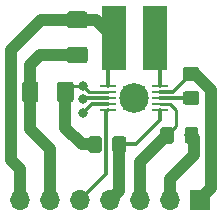
<source format=gbr>
G04 #@! TF.GenerationSoftware,KiCad,Pcbnew,(5.1.4)-1*
G04 #@! TF.CreationDate,2019-12-05T12:54:36-06:00*
G04 #@! TF.ProjectId,LTC3388_v004,4c544333-3338-4385-9f76-3030342e6b69,rev?*
G04 #@! TF.SameCoordinates,Original*
G04 #@! TF.FileFunction,Copper,L1,Top*
G04 #@! TF.FilePolarity,Positive*
%FSLAX46Y46*%
G04 Gerber Fmt 4.6, Leading zero omitted, Abs format (unit mm)*
G04 Created by KiCad (PCBNEW (5.1.4)-1) date 2019-12-05 12:54:36*
%MOMM*%
%LPD*%
G04 APERTURE LIST*
%ADD10R,1.930400X2.159000*%
%ADD11R,1.397000X0.279400*%
%ADD12R,1.700000X1.700000*%
%ADD13O,1.700000X1.700000*%
%ADD14C,0.100000*%
%ADD15C,1.425000*%
%ADD16C,1.150000*%
%ADD17R,2.000000X5.510000*%
%ADD18C,2.500000*%
%ADD19C,0.800000*%
%ADD20C,0.250000*%
%ADD21C,1.000000*%
%ADD22C,0.300000*%
G04 APERTURE END LIST*
D10*
X159512000Y-100330000D03*
D11*
X157327600Y-101330760D03*
X157327600Y-100830381D03*
X157327600Y-100330000D03*
X157327600Y-99829619D03*
X157327600Y-99329240D03*
X161696400Y-99329240D03*
X161696400Y-99829619D03*
X161696400Y-100330000D03*
X161696400Y-100830381D03*
X161696400Y-101330760D03*
D12*
X165100000Y-108966000D03*
D13*
X162560000Y-108966000D03*
X160020000Y-108966000D03*
X157480000Y-108966000D03*
X154940000Y-108966000D03*
X152400000Y-108966000D03*
X149860000Y-108966000D03*
D14*
G36*
X155335504Y-95989704D02*
G01*
X155359773Y-95993304D01*
X155383571Y-95999265D01*
X155406671Y-96007530D01*
X155428849Y-96018020D01*
X155449893Y-96030633D01*
X155469598Y-96045247D01*
X155487777Y-96061723D01*
X155504253Y-96079902D01*
X155518867Y-96099607D01*
X155531480Y-96120651D01*
X155541970Y-96142829D01*
X155550235Y-96165929D01*
X155556196Y-96189727D01*
X155559796Y-96213996D01*
X155561000Y-96238500D01*
X155561000Y-97163500D01*
X155559796Y-97188004D01*
X155556196Y-97212273D01*
X155550235Y-97236071D01*
X155541970Y-97259171D01*
X155531480Y-97281349D01*
X155518867Y-97302393D01*
X155504253Y-97322098D01*
X155487777Y-97340277D01*
X155469598Y-97356753D01*
X155449893Y-97371367D01*
X155428849Y-97383980D01*
X155406671Y-97394470D01*
X155383571Y-97402735D01*
X155359773Y-97408696D01*
X155335504Y-97412296D01*
X155311000Y-97413500D01*
X154061000Y-97413500D01*
X154036496Y-97412296D01*
X154012227Y-97408696D01*
X153988429Y-97402735D01*
X153965329Y-97394470D01*
X153943151Y-97383980D01*
X153922107Y-97371367D01*
X153902402Y-97356753D01*
X153884223Y-97340277D01*
X153867747Y-97322098D01*
X153853133Y-97302393D01*
X153840520Y-97281349D01*
X153830030Y-97259171D01*
X153821765Y-97236071D01*
X153815804Y-97212273D01*
X153812204Y-97188004D01*
X153811000Y-97163500D01*
X153811000Y-96238500D01*
X153812204Y-96213996D01*
X153815804Y-96189727D01*
X153821765Y-96165929D01*
X153830030Y-96142829D01*
X153840520Y-96120651D01*
X153853133Y-96099607D01*
X153867747Y-96079902D01*
X153884223Y-96061723D01*
X153902402Y-96045247D01*
X153922107Y-96030633D01*
X153943151Y-96018020D01*
X153965329Y-96007530D01*
X153988429Y-95999265D01*
X154012227Y-95993304D01*
X154036496Y-95989704D01*
X154061000Y-95988500D01*
X155311000Y-95988500D01*
X155335504Y-95989704D01*
X155335504Y-95989704D01*
G37*
D15*
X154686000Y-96701000D03*
D14*
G36*
X155335504Y-93014704D02*
G01*
X155359773Y-93018304D01*
X155383571Y-93024265D01*
X155406671Y-93032530D01*
X155428849Y-93043020D01*
X155449893Y-93055633D01*
X155469598Y-93070247D01*
X155487777Y-93086723D01*
X155504253Y-93104902D01*
X155518867Y-93124607D01*
X155531480Y-93145651D01*
X155541970Y-93167829D01*
X155550235Y-93190929D01*
X155556196Y-93214727D01*
X155559796Y-93238996D01*
X155561000Y-93263500D01*
X155561000Y-94188500D01*
X155559796Y-94213004D01*
X155556196Y-94237273D01*
X155550235Y-94261071D01*
X155541970Y-94284171D01*
X155531480Y-94306349D01*
X155518867Y-94327393D01*
X155504253Y-94347098D01*
X155487777Y-94365277D01*
X155469598Y-94381753D01*
X155449893Y-94396367D01*
X155428849Y-94408980D01*
X155406671Y-94419470D01*
X155383571Y-94427735D01*
X155359773Y-94433696D01*
X155335504Y-94437296D01*
X155311000Y-94438500D01*
X154061000Y-94438500D01*
X154036496Y-94437296D01*
X154012227Y-94433696D01*
X153988429Y-94427735D01*
X153965329Y-94419470D01*
X153943151Y-94408980D01*
X153922107Y-94396367D01*
X153902402Y-94381753D01*
X153884223Y-94365277D01*
X153867747Y-94347098D01*
X153853133Y-94327393D01*
X153840520Y-94306349D01*
X153830030Y-94284171D01*
X153821765Y-94261071D01*
X153815804Y-94237273D01*
X153812204Y-94213004D01*
X153811000Y-94188500D01*
X153811000Y-93263500D01*
X153812204Y-93238996D01*
X153815804Y-93214727D01*
X153821765Y-93190929D01*
X153830030Y-93167829D01*
X153840520Y-93145651D01*
X153853133Y-93124607D01*
X153867747Y-93104902D01*
X153884223Y-93086723D01*
X153902402Y-93070247D01*
X153922107Y-93055633D01*
X153943151Y-93043020D01*
X153965329Y-93032530D01*
X153988429Y-93024265D01*
X154012227Y-93018304D01*
X154036496Y-93014704D01*
X154061000Y-93013500D01*
X155311000Y-93013500D01*
X155335504Y-93014704D01*
X155335504Y-93014704D01*
G37*
D15*
X154686000Y-93726000D03*
D14*
G36*
X164812505Y-97715204D02*
G01*
X164836773Y-97718804D01*
X164860572Y-97724765D01*
X164883671Y-97733030D01*
X164905850Y-97743520D01*
X164926893Y-97756132D01*
X164946599Y-97770747D01*
X164964777Y-97787223D01*
X164981253Y-97805401D01*
X164995868Y-97825107D01*
X165008480Y-97846150D01*
X165018970Y-97868329D01*
X165027235Y-97891428D01*
X165033196Y-97915227D01*
X165036796Y-97939495D01*
X165038000Y-97963999D01*
X165038000Y-98614001D01*
X165036796Y-98638505D01*
X165033196Y-98662773D01*
X165027235Y-98686572D01*
X165018970Y-98709671D01*
X165008480Y-98731850D01*
X164995868Y-98752893D01*
X164981253Y-98772599D01*
X164964777Y-98790777D01*
X164946599Y-98807253D01*
X164926893Y-98821868D01*
X164905850Y-98834480D01*
X164883671Y-98844970D01*
X164860572Y-98853235D01*
X164836773Y-98859196D01*
X164812505Y-98862796D01*
X164788001Y-98864000D01*
X163887999Y-98864000D01*
X163863495Y-98862796D01*
X163839227Y-98859196D01*
X163815428Y-98853235D01*
X163792329Y-98844970D01*
X163770150Y-98834480D01*
X163749107Y-98821868D01*
X163729401Y-98807253D01*
X163711223Y-98790777D01*
X163694747Y-98772599D01*
X163680132Y-98752893D01*
X163667520Y-98731850D01*
X163657030Y-98709671D01*
X163648765Y-98686572D01*
X163642804Y-98662773D01*
X163639204Y-98638505D01*
X163638000Y-98614001D01*
X163638000Y-97963999D01*
X163639204Y-97939495D01*
X163642804Y-97915227D01*
X163648765Y-97891428D01*
X163657030Y-97868329D01*
X163667520Y-97846150D01*
X163680132Y-97825107D01*
X163694747Y-97805401D01*
X163711223Y-97787223D01*
X163729401Y-97770747D01*
X163749107Y-97756132D01*
X163770150Y-97743520D01*
X163792329Y-97733030D01*
X163815428Y-97724765D01*
X163839227Y-97718804D01*
X163863495Y-97715204D01*
X163887999Y-97714000D01*
X164788001Y-97714000D01*
X164812505Y-97715204D01*
X164812505Y-97715204D01*
G37*
D16*
X164338000Y-98289000D03*
D14*
G36*
X164812505Y-99765204D02*
G01*
X164836773Y-99768804D01*
X164860572Y-99774765D01*
X164883671Y-99783030D01*
X164905850Y-99793520D01*
X164926893Y-99806132D01*
X164946599Y-99820747D01*
X164964777Y-99837223D01*
X164981253Y-99855401D01*
X164995868Y-99875107D01*
X165008480Y-99896150D01*
X165018970Y-99918329D01*
X165027235Y-99941428D01*
X165033196Y-99965227D01*
X165036796Y-99989495D01*
X165038000Y-100013999D01*
X165038000Y-100664001D01*
X165036796Y-100688505D01*
X165033196Y-100712773D01*
X165027235Y-100736572D01*
X165018970Y-100759671D01*
X165008480Y-100781850D01*
X164995868Y-100802893D01*
X164981253Y-100822599D01*
X164964777Y-100840777D01*
X164946599Y-100857253D01*
X164926893Y-100871868D01*
X164905850Y-100884480D01*
X164883671Y-100894970D01*
X164860572Y-100903235D01*
X164836773Y-100909196D01*
X164812505Y-100912796D01*
X164788001Y-100914000D01*
X163887999Y-100914000D01*
X163863495Y-100912796D01*
X163839227Y-100909196D01*
X163815428Y-100903235D01*
X163792329Y-100894970D01*
X163770150Y-100884480D01*
X163749107Y-100871868D01*
X163729401Y-100857253D01*
X163711223Y-100840777D01*
X163694747Y-100822599D01*
X163680132Y-100802893D01*
X163667520Y-100781850D01*
X163657030Y-100759671D01*
X163648765Y-100736572D01*
X163642804Y-100712773D01*
X163639204Y-100688505D01*
X163638000Y-100664001D01*
X163638000Y-100013999D01*
X163639204Y-99989495D01*
X163642804Y-99965227D01*
X163648765Y-99941428D01*
X163657030Y-99918329D01*
X163667520Y-99896150D01*
X163680132Y-99875107D01*
X163694747Y-99855401D01*
X163711223Y-99837223D01*
X163729401Y-99820747D01*
X163749107Y-99806132D01*
X163770150Y-99793520D01*
X163792329Y-99783030D01*
X163815428Y-99774765D01*
X163839227Y-99768804D01*
X163863495Y-99765204D01*
X163887999Y-99764000D01*
X164788001Y-99764000D01*
X164812505Y-99765204D01*
X164812505Y-99765204D01*
G37*
D16*
X164338000Y-100339000D03*
D14*
G36*
X154157004Y-98948204D02*
G01*
X154181273Y-98951804D01*
X154205071Y-98957765D01*
X154228171Y-98966030D01*
X154250349Y-98976520D01*
X154271393Y-98989133D01*
X154291098Y-99003747D01*
X154309277Y-99020223D01*
X154325753Y-99038402D01*
X154340367Y-99058107D01*
X154352980Y-99079151D01*
X154363470Y-99101329D01*
X154371735Y-99124429D01*
X154377696Y-99148227D01*
X154381296Y-99172496D01*
X154382500Y-99197000D01*
X154382500Y-100447000D01*
X154381296Y-100471504D01*
X154377696Y-100495773D01*
X154371735Y-100519571D01*
X154363470Y-100542671D01*
X154352980Y-100564849D01*
X154340367Y-100585893D01*
X154325753Y-100605598D01*
X154309277Y-100623777D01*
X154291098Y-100640253D01*
X154271393Y-100654867D01*
X154250349Y-100667480D01*
X154228171Y-100677970D01*
X154205071Y-100686235D01*
X154181273Y-100692196D01*
X154157004Y-100695796D01*
X154132500Y-100697000D01*
X153207500Y-100697000D01*
X153182996Y-100695796D01*
X153158727Y-100692196D01*
X153134929Y-100686235D01*
X153111829Y-100677970D01*
X153089651Y-100667480D01*
X153068607Y-100654867D01*
X153048902Y-100640253D01*
X153030723Y-100623777D01*
X153014247Y-100605598D01*
X152999633Y-100585893D01*
X152987020Y-100564849D01*
X152976530Y-100542671D01*
X152968265Y-100519571D01*
X152962304Y-100495773D01*
X152958704Y-100471504D01*
X152957500Y-100447000D01*
X152957500Y-99197000D01*
X152958704Y-99172496D01*
X152962304Y-99148227D01*
X152968265Y-99124429D01*
X152976530Y-99101329D01*
X152987020Y-99079151D01*
X152999633Y-99058107D01*
X153014247Y-99038402D01*
X153030723Y-99020223D01*
X153048902Y-99003747D01*
X153068607Y-98989133D01*
X153089651Y-98976520D01*
X153111829Y-98966030D01*
X153134929Y-98957765D01*
X153158727Y-98951804D01*
X153182996Y-98948204D01*
X153207500Y-98947000D01*
X154132500Y-98947000D01*
X154157004Y-98948204D01*
X154157004Y-98948204D01*
G37*
D15*
X153670000Y-99822000D03*
D14*
G36*
X151182004Y-98948204D02*
G01*
X151206273Y-98951804D01*
X151230071Y-98957765D01*
X151253171Y-98966030D01*
X151275349Y-98976520D01*
X151296393Y-98989133D01*
X151316098Y-99003747D01*
X151334277Y-99020223D01*
X151350753Y-99038402D01*
X151365367Y-99058107D01*
X151377980Y-99079151D01*
X151388470Y-99101329D01*
X151396735Y-99124429D01*
X151402696Y-99148227D01*
X151406296Y-99172496D01*
X151407500Y-99197000D01*
X151407500Y-100447000D01*
X151406296Y-100471504D01*
X151402696Y-100495773D01*
X151396735Y-100519571D01*
X151388470Y-100542671D01*
X151377980Y-100564849D01*
X151365367Y-100585893D01*
X151350753Y-100605598D01*
X151334277Y-100623777D01*
X151316098Y-100640253D01*
X151296393Y-100654867D01*
X151275349Y-100667480D01*
X151253171Y-100677970D01*
X151230071Y-100686235D01*
X151206273Y-100692196D01*
X151182004Y-100695796D01*
X151157500Y-100697000D01*
X150232500Y-100697000D01*
X150207996Y-100695796D01*
X150183727Y-100692196D01*
X150159929Y-100686235D01*
X150136829Y-100677970D01*
X150114651Y-100667480D01*
X150093607Y-100654867D01*
X150073902Y-100640253D01*
X150055723Y-100623777D01*
X150039247Y-100605598D01*
X150024633Y-100585893D01*
X150012020Y-100564849D01*
X150001530Y-100542671D01*
X149993265Y-100519571D01*
X149987304Y-100495773D01*
X149983704Y-100471504D01*
X149982500Y-100447000D01*
X149982500Y-99197000D01*
X149983704Y-99172496D01*
X149987304Y-99148227D01*
X149993265Y-99124429D01*
X150001530Y-99101329D01*
X150012020Y-99079151D01*
X150024633Y-99058107D01*
X150039247Y-99038402D01*
X150055723Y-99020223D01*
X150073902Y-99003747D01*
X150093607Y-98989133D01*
X150114651Y-98976520D01*
X150136829Y-98966030D01*
X150159929Y-98957765D01*
X150183727Y-98951804D01*
X150207996Y-98948204D01*
X150232500Y-98947000D01*
X151157500Y-98947000D01*
X151182004Y-98948204D01*
X151182004Y-98948204D01*
G37*
D15*
X150695000Y-99822000D03*
D17*
X157770000Y-95250000D03*
X161290000Y-95250000D03*
D14*
G36*
X162646505Y-102806204D02*
G01*
X162670773Y-102809804D01*
X162694572Y-102815765D01*
X162717671Y-102824030D01*
X162739850Y-102834520D01*
X162760893Y-102847132D01*
X162780599Y-102861747D01*
X162798777Y-102878223D01*
X162815253Y-102896401D01*
X162829868Y-102916107D01*
X162842480Y-102937150D01*
X162852970Y-102959329D01*
X162861235Y-102982428D01*
X162867196Y-103006227D01*
X162870796Y-103030495D01*
X162872000Y-103054999D01*
X162872000Y-103955001D01*
X162870796Y-103979505D01*
X162867196Y-104003773D01*
X162861235Y-104027572D01*
X162852970Y-104050671D01*
X162842480Y-104072850D01*
X162829868Y-104093893D01*
X162815253Y-104113599D01*
X162798777Y-104131777D01*
X162780599Y-104148253D01*
X162760893Y-104162868D01*
X162739850Y-104175480D01*
X162717671Y-104185970D01*
X162694572Y-104194235D01*
X162670773Y-104200196D01*
X162646505Y-104203796D01*
X162622001Y-104205000D01*
X161971999Y-104205000D01*
X161947495Y-104203796D01*
X161923227Y-104200196D01*
X161899428Y-104194235D01*
X161876329Y-104185970D01*
X161854150Y-104175480D01*
X161833107Y-104162868D01*
X161813401Y-104148253D01*
X161795223Y-104131777D01*
X161778747Y-104113599D01*
X161764132Y-104093893D01*
X161751520Y-104072850D01*
X161741030Y-104050671D01*
X161732765Y-104027572D01*
X161726804Y-104003773D01*
X161723204Y-103979505D01*
X161722000Y-103955001D01*
X161722000Y-103054999D01*
X161723204Y-103030495D01*
X161726804Y-103006227D01*
X161732765Y-102982428D01*
X161741030Y-102959329D01*
X161751520Y-102937150D01*
X161764132Y-102916107D01*
X161778747Y-102896401D01*
X161795223Y-102878223D01*
X161813401Y-102861747D01*
X161833107Y-102847132D01*
X161854150Y-102834520D01*
X161876329Y-102824030D01*
X161899428Y-102815765D01*
X161923227Y-102809804D01*
X161947495Y-102806204D01*
X161971999Y-102805000D01*
X162622001Y-102805000D01*
X162646505Y-102806204D01*
X162646505Y-102806204D01*
G37*
D16*
X162297000Y-103505000D03*
D14*
G36*
X164696505Y-102806204D02*
G01*
X164720773Y-102809804D01*
X164744572Y-102815765D01*
X164767671Y-102824030D01*
X164789850Y-102834520D01*
X164810893Y-102847132D01*
X164830599Y-102861747D01*
X164848777Y-102878223D01*
X164865253Y-102896401D01*
X164879868Y-102916107D01*
X164892480Y-102937150D01*
X164902970Y-102959329D01*
X164911235Y-102982428D01*
X164917196Y-103006227D01*
X164920796Y-103030495D01*
X164922000Y-103054999D01*
X164922000Y-103955001D01*
X164920796Y-103979505D01*
X164917196Y-104003773D01*
X164911235Y-104027572D01*
X164902970Y-104050671D01*
X164892480Y-104072850D01*
X164879868Y-104093893D01*
X164865253Y-104113599D01*
X164848777Y-104131777D01*
X164830599Y-104148253D01*
X164810893Y-104162868D01*
X164789850Y-104175480D01*
X164767671Y-104185970D01*
X164744572Y-104194235D01*
X164720773Y-104200196D01*
X164696505Y-104203796D01*
X164672001Y-104205000D01*
X164021999Y-104205000D01*
X163997495Y-104203796D01*
X163973227Y-104200196D01*
X163949428Y-104194235D01*
X163926329Y-104185970D01*
X163904150Y-104175480D01*
X163883107Y-104162868D01*
X163863401Y-104148253D01*
X163845223Y-104131777D01*
X163828747Y-104113599D01*
X163814132Y-104093893D01*
X163801520Y-104072850D01*
X163791030Y-104050671D01*
X163782765Y-104027572D01*
X163776804Y-104003773D01*
X163773204Y-103979505D01*
X163772000Y-103955001D01*
X163772000Y-103054999D01*
X163773204Y-103030495D01*
X163776804Y-103006227D01*
X163782765Y-102982428D01*
X163791030Y-102959329D01*
X163801520Y-102937150D01*
X163814132Y-102916107D01*
X163828747Y-102896401D01*
X163845223Y-102878223D01*
X163863401Y-102861747D01*
X163883107Y-102847132D01*
X163904150Y-102834520D01*
X163926329Y-102824030D01*
X163949428Y-102815765D01*
X163973227Y-102809804D01*
X163997495Y-102806204D01*
X164021999Y-102805000D01*
X164672001Y-102805000D01*
X164696505Y-102806204D01*
X164696505Y-102806204D01*
G37*
D16*
X164347000Y-103505000D03*
D14*
G36*
X156541505Y-103568204D02*
G01*
X156565773Y-103571804D01*
X156589572Y-103577765D01*
X156612671Y-103586030D01*
X156634850Y-103596520D01*
X156655893Y-103609132D01*
X156675599Y-103623747D01*
X156693777Y-103640223D01*
X156710253Y-103658401D01*
X156724868Y-103678107D01*
X156737480Y-103699150D01*
X156747970Y-103721329D01*
X156756235Y-103744428D01*
X156762196Y-103768227D01*
X156765796Y-103792495D01*
X156767000Y-103816999D01*
X156767000Y-104717001D01*
X156765796Y-104741505D01*
X156762196Y-104765773D01*
X156756235Y-104789572D01*
X156747970Y-104812671D01*
X156737480Y-104834850D01*
X156724868Y-104855893D01*
X156710253Y-104875599D01*
X156693777Y-104893777D01*
X156675599Y-104910253D01*
X156655893Y-104924868D01*
X156634850Y-104937480D01*
X156612671Y-104947970D01*
X156589572Y-104956235D01*
X156565773Y-104962196D01*
X156541505Y-104965796D01*
X156517001Y-104967000D01*
X155866999Y-104967000D01*
X155842495Y-104965796D01*
X155818227Y-104962196D01*
X155794428Y-104956235D01*
X155771329Y-104947970D01*
X155749150Y-104937480D01*
X155728107Y-104924868D01*
X155708401Y-104910253D01*
X155690223Y-104893777D01*
X155673747Y-104875599D01*
X155659132Y-104855893D01*
X155646520Y-104834850D01*
X155636030Y-104812671D01*
X155627765Y-104789572D01*
X155621804Y-104765773D01*
X155618204Y-104741505D01*
X155617000Y-104717001D01*
X155617000Y-103816999D01*
X155618204Y-103792495D01*
X155621804Y-103768227D01*
X155627765Y-103744428D01*
X155636030Y-103721329D01*
X155646520Y-103699150D01*
X155659132Y-103678107D01*
X155673747Y-103658401D01*
X155690223Y-103640223D01*
X155708401Y-103623747D01*
X155728107Y-103609132D01*
X155749150Y-103596520D01*
X155771329Y-103586030D01*
X155794428Y-103577765D01*
X155818227Y-103571804D01*
X155842495Y-103568204D01*
X155866999Y-103567000D01*
X156517001Y-103567000D01*
X156541505Y-103568204D01*
X156541505Y-103568204D01*
G37*
D16*
X156192000Y-104267000D03*
D14*
G36*
X158591505Y-103568204D02*
G01*
X158615773Y-103571804D01*
X158639572Y-103577765D01*
X158662671Y-103586030D01*
X158684850Y-103596520D01*
X158705893Y-103609132D01*
X158725599Y-103623747D01*
X158743777Y-103640223D01*
X158760253Y-103658401D01*
X158774868Y-103678107D01*
X158787480Y-103699150D01*
X158797970Y-103721329D01*
X158806235Y-103744428D01*
X158812196Y-103768227D01*
X158815796Y-103792495D01*
X158817000Y-103816999D01*
X158817000Y-104717001D01*
X158815796Y-104741505D01*
X158812196Y-104765773D01*
X158806235Y-104789572D01*
X158797970Y-104812671D01*
X158787480Y-104834850D01*
X158774868Y-104855893D01*
X158760253Y-104875599D01*
X158743777Y-104893777D01*
X158725599Y-104910253D01*
X158705893Y-104924868D01*
X158684850Y-104937480D01*
X158662671Y-104947970D01*
X158639572Y-104956235D01*
X158615773Y-104962196D01*
X158591505Y-104965796D01*
X158567001Y-104967000D01*
X157916999Y-104967000D01*
X157892495Y-104965796D01*
X157868227Y-104962196D01*
X157844428Y-104956235D01*
X157821329Y-104947970D01*
X157799150Y-104937480D01*
X157778107Y-104924868D01*
X157758401Y-104910253D01*
X157740223Y-104893777D01*
X157723747Y-104875599D01*
X157709132Y-104855893D01*
X157696520Y-104834850D01*
X157686030Y-104812671D01*
X157677765Y-104789572D01*
X157671804Y-104765773D01*
X157668204Y-104741505D01*
X157667000Y-104717001D01*
X157667000Y-103816999D01*
X157668204Y-103792495D01*
X157671804Y-103768227D01*
X157677765Y-103744428D01*
X157686030Y-103721329D01*
X157696520Y-103699150D01*
X157709132Y-103678107D01*
X157723747Y-103658401D01*
X157740223Y-103640223D01*
X157758401Y-103623747D01*
X157778107Y-103609132D01*
X157799150Y-103596520D01*
X157821329Y-103586030D01*
X157844428Y-103577765D01*
X157868227Y-103571804D01*
X157892495Y-103568204D01*
X157916999Y-103567000D01*
X158567001Y-103567000D01*
X158591505Y-103568204D01*
X158591505Y-103568204D01*
G37*
D16*
X158242000Y-104267000D03*
D18*
X159512000Y-100330000D03*
D19*
X155194000Y-99314000D03*
X155194000Y-101600000D03*
X155194000Y-100414010D03*
D20*
X154489990Y-96706400D02*
X154585295Y-96801705D01*
X152835600Y-96706400D02*
X154489990Y-96706400D01*
X150695000Y-99822000D02*
X150695000Y-98847000D01*
D21*
X152400000Y-104648000D02*
X152400000Y-108966000D01*
X150695000Y-99822000D02*
X150695000Y-102943000D01*
X150695000Y-102943000D02*
X152400000Y-104648000D01*
D20*
X162979100Y-108546900D02*
X162560000Y-108966000D01*
D21*
X151571300Y-96701000D02*
X154686000Y-96701000D01*
X150695000Y-98847000D02*
X150695000Y-97577300D01*
X150695000Y-97577300D02*
X151571300Y-96701000D01*
X164592000Y-103750000D02*
X164347000Y-103505000D01*
X164592000Y-105156000D02*
X164592000Y-103750000D01*
X162560000Y-108966000D02*
X162560000Y-107188000D01*
X162560000Y-107188000D02*
X164592000Y-105156000D01*
D20*
X164329000Y-100330000D02*
X164338000Y-100339000D01*
D22*
X161696400Y-100330000D02*
X164329000Y-100330000D01*
D21*
X155049000Y-104267000D02*
X156192000Y-104267000D01*
X153670000Y-99822000D02*
X153670000Y-102888000D01*
X153670000Y-102888000D02*
X155049000Y-104267000D01*
D20*
X155709619Y-99829619D02*
X157327600Y-99829619D01*
X155194000Y-99314000D02*
X155709619Y-99829619D01*
X154178000Y-99314000D02*
X153670000Y-99822000D01*
X155194000Y-99314000D02*
X154178000Y-99314000D01*
X163068000Y-102737700D02*
X162796000Y-103009700D01*
X163068000Y-101346000D02*
X163068000Y-102737700D01*
X161696400Y-100830381D02*
X162552381Y-100830381D01*
X162552381Y-100830381D02*
X163068000Y-101346000D01*
D21*
X160020000Y-105782000D02*
X160020000Y-108966000D01*
X162297000Y-103505000D02*
X160020000Y-105782000D01*
D20*
X158242000Y-104267000D02*
X158242000Y-105410000D01*
D21*
X158242000Y-108204000D02*
X158242000Y-104267000D01*
X157480000Y-108966000D02*
X158242000Y-108204000D01*
D22*
X158178500Y-104822589D02*
X158178500Y-105473500D01*
X158242000Y-104267000D02*
X158242000Y-104759089D01*
X158242000Y-104759089D02*
X158178500Y-104822589D01*
X159639000Y-104267000D02*
X158242000Y-104267000D01*
X161696400Y-101330760D02*
X161696400Y-102209600D01*
X161696400Y-102209600D02*
X159639000Y-104267000D01*
X155789999Y-108116001D02*
X154940000Y-108966000D01*
X157149800Y-106756200D02*
X155789999Y-108116001D01*
X157327600Y-101330760D02*
X157149800Y-101508560D01*
X157149800Y-101508560D02*
X157149800Y-106756200D01*
X155963619Y-100830381D02*
X155194000Y-101600000D01*
X157327600Y-100830381D02*
X155963619Y-100830381D01*
X157327600Y-100330000D02*
X155261305Y-100330000D01*
D20*
X155261305Y-100330000D02*
X155194000Y-100397305D01*
X155194000Y-100397305D02*
X155194000Y-100414010D01*
X161696400Y-95656400D02*
X161290000Y-95250000D01*
D22*
X161696400Y-99329240D02*
X161696400Y-95656400D01*
D20*
X157327600Y-95692400D02*
X157770000Y-95250000D01*
D22*
X157327600Y-99329240D02*
X157327600Y-95692400D01*
D20*
X154686000Y-93726000D02*
X156246000Y-93726000D01*
D21*
X151638000Y-93726000D02*
X154686000Y-93726000D01*
X149098000Y-96266000D02*
X151638000Y-93726000D01*
X156246000Y-93726000D02*
X157770000Y-95250000D01*
X155587700Y-93726000D02*
X156246000Y-93726000D01*
X149860000Y-106362500D02*
X149860000Y-108966000D01*
X149098000Y-96266000D02*
X149098000Y-105600500D01*
X149098000Y-105600500D02*
X149860000Y-106362500D01*
D22*
X162797381Y-99829619D02*
X164338000Y-98289000D01*
X161696400Y-99829619D02*
X162797381Y-99829619D01*
D20*
X165100000Y-108927900D02*
X165100000Y-108966000D01*
D21*
X166052500Y-107975400D02*
X165100000Y-108927900D01*
X166052500Y-99695000D02*
X166052500Y-107975400D01*
X164338000Y-98289000D02*
X164646500Y-98289000D01*
X164646500Y-98289000D02*
X166052500Y-99695000D01*
M02*

</source>
